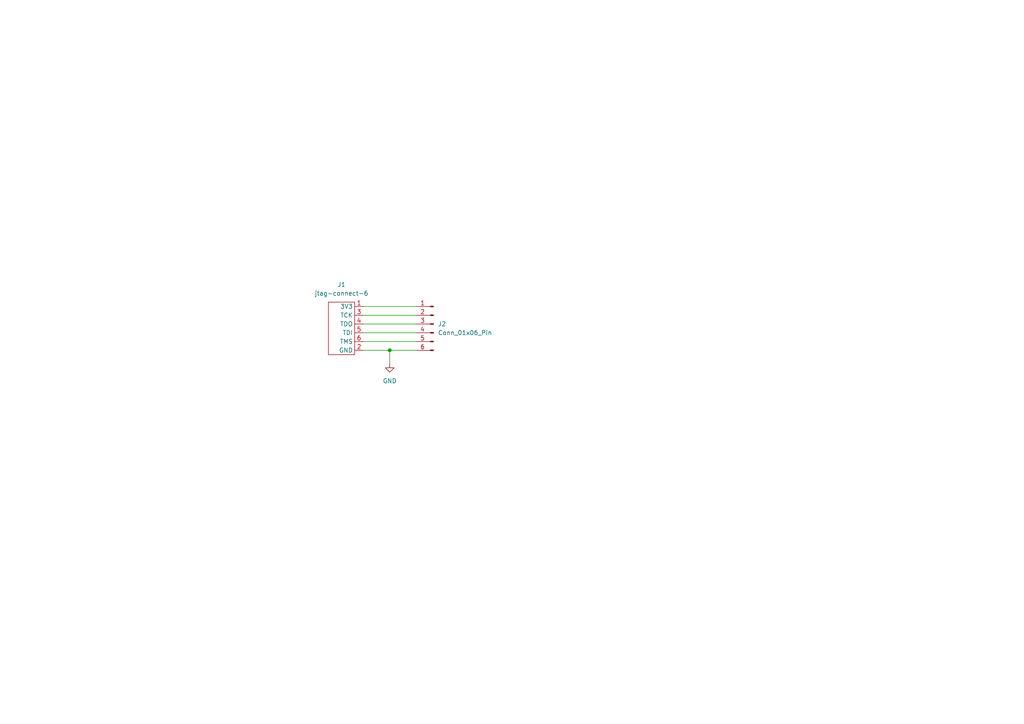
<source format=kicad_sch>
(kicad_sch (version 20250114) (generator "eeschema") (generator_version "9.0")
  (paper "A4")
  (lib_symbols
    (symbol "Connector:Conn_01x06_Pin" (pin_names (offset 1.016) (hide yes))
      (property "Reference" "J" (at 0 7.62 0))
      (property "Value" "Conn_01x06_Pin" (at 0 -10.16 0))
      (symbol "Conn_01x06_Pin_1_1"
        (rectangle (start 0.8636 5.207) (end 0 4.953) (stroke (width 0.1524)) (fill (type outline)))
        (rectangle (start 0.8636 2.667) (end 0 2.413) (stroke (width 0.1524)) (fill (type outline)))
        (rectangle (start 0.8636 0.127) (end 0 -0.127) (stroke (width 0.1524)) (fill (type outline)))
        (rectangle (start 0.8636 -2.413) (end 0 -2.667) (stroke (width 0.1524)) (fill (type outline)))
        (rectangle (start 0.8636 -4.953) (end 0 -5.207) (stroke (width 0.1524)) (fill (type outline)))
        (rectangle (start 0.8636 -7.493) (end 0 -7.747) (stroke (width 0.1524)) (fill (type outline)))
        (polyline (pts (xy 1.27 5.08) (xy 0.8636 5.08)) (stroke (width 0.1524)))
        (polyline (pts (xy 1.27 2.54) (xy 0.8636 2.54)) (stroke (width 0.1524)))
        (polyline (pts (xy 1.27 0) (xy 0.8636 0)) (stroke (width 0.1524)))
        (polyline (pts (xy 1.27 -2.54) (xy 0.8636 -2.54)) (stroke (width 0.1524)))
        (polyline (pts (xy 1.27 -5.08) (xy 0.8636 -5.08)) (stroke (width 0.1524)))
        (polyline (pts (xy 1.27 -7.62) (xy 0.8636 -7.62)) (stroke (width 0.1524)))
        (pin passive line (at 5.08 5.08 180) (length 3.81) (name "Pin_1") (number "1"))
        (pin passive line (at 5.08 2.54 180) (length 3.81) (name "Pin_2") (number "2"))
        (pin passive line (at 5.08 0 180) (length 3.81) (name "Pin_3") (number "3"))
        (pin passive line (at 5.08 -2.54 180) (length 3.81) (name "Pin_4") (number "4"))
        (pin passive line (at 5.08 -5.08 180) (length 3.81) (name "Pin_5") (number "5"))
        (pin passive line (at 5.08 -7.62 180) (length 3.81) (name "Pin_6") (number "6"))
      )
    )
    (symbol "power:GND" (power) (pin_names (offset 0))
      (property "Value" "GND" (at 0 -3.81 0))
      (symbol "GND_0_1"
        (polyline (pts (xy 0 0) (xy 0 -1.27) (xy 1.27 -1.27) (xy 0 -2.54) (xy -1.27 -1.27) (xy 0 -1.27)))
      )
      (symbol "GND_1_1"
        (pin power_in line (at 0 0 270) (length 0) (hide yes) (name "GND") (number "1"))
      )
    )
    (symbol "swd-connect:jtag-connect-6" (in_bom no)
      (property "Reference" "J" (at 2.032 7.62 0))
      (property "Value" "jtag-connect-6" (at 0 -7.62 0))
      (symbol "jtag-connect-6_0_1"
        (rectangle (start -3.81 8.89) (end 3.81 -6.35))
      )
      (symbol "jtag-connect-6_1_1"
        (pin unspecified line (at -6.35 7.62 0) (length 2.54) (name "3V3") (number "1"))
        (pin unspecified line (at -6.35 5.08 0) (length 2.54) (name "TCK") (number "3"))
        (pin unspecified line (at -6.35 2.54 0) (length 2.54) (name "TDO") (number "4"))
        (pin unspecified line (at -6.35 0 0) (length 2.54) (name "TDI") (number "5"))
        (pin unspecified line (at -6.35 -2.54 0) (length 2.54) (name "TMS") (number "6"))
        (pin unspecified line (at -6.35 -5.08 0) (length 2.54) (name "GND") (number "2"))
      )
    )
  )
  (junction (at 113.03 101.6))
  (wire (pts (xy 105.41 101.6) (xy 113.03 101.6)))
  (wire (pts (xy 105.41 91.44) (xy 120.65 91.44)))
  (wire (pts (xy 105.41 88.9) (xy 120.65 88.9)))
  (wire (pts (xy 105.41 96.52) (xy 120.65 96.52)))
  (wire (pts (xy 113.03 101.6) (xy 113.03 105.41)))
  (wire (pts (xy 105.41 93.98) (xy 120.65 93.98)))
  (wire (pts (xy 113.03 101.6) (xy 120.65 101.6)))
  (wire (pts (xy 105.41 99.06) (xy 120.65 99.06)))
  (symbol (lib_id "power:GND") (at 113.03 105.41 0) (unit 1)
    (property "Reference" "#PWR01" (effects (hide yes)))
    (property "Value" "GND" (at 113.03 110.49 0))
  )
  (symbol (lib_id "swd-connect:jtag-connect-6") (at 99.06 96.52 0) (mirror y) (unit 1) (in_bom no)
    (property "Reference" "J1" (at 99.06 82.55 0))
    (property "Value" "jtag-connect-6" (at 99.06 85.09 0))
    (property "Footprint" "swd-connect:jtag-connect-6-programmer" (effects (hide yes)))
    (property "Description" "Simple JTAG programming footprint (MCU side)" (effects (hide yes)))
  )
  (symbol (lib_id "Connector:Conn_01x06_Pin") (at 125.73 93.98 0) (mirror y) (unit 1)
    (property "Reference" "J2" (at 127 93.9799 0) (effects (justify right)))
    (property "Value" "Conn_01x06_Pin" (at 127 96.5199 0) (effects (justify right)))
    (property "Footprint" "Connector_PinHeader_2.54mm:PinHeader_1x06_P2.54mm_Vertical" (effects (hide yes)))
    (property "Description" "Generic connector, single row, 01x06, script generated" (effects (hide yes)))
  )
)
</source>
